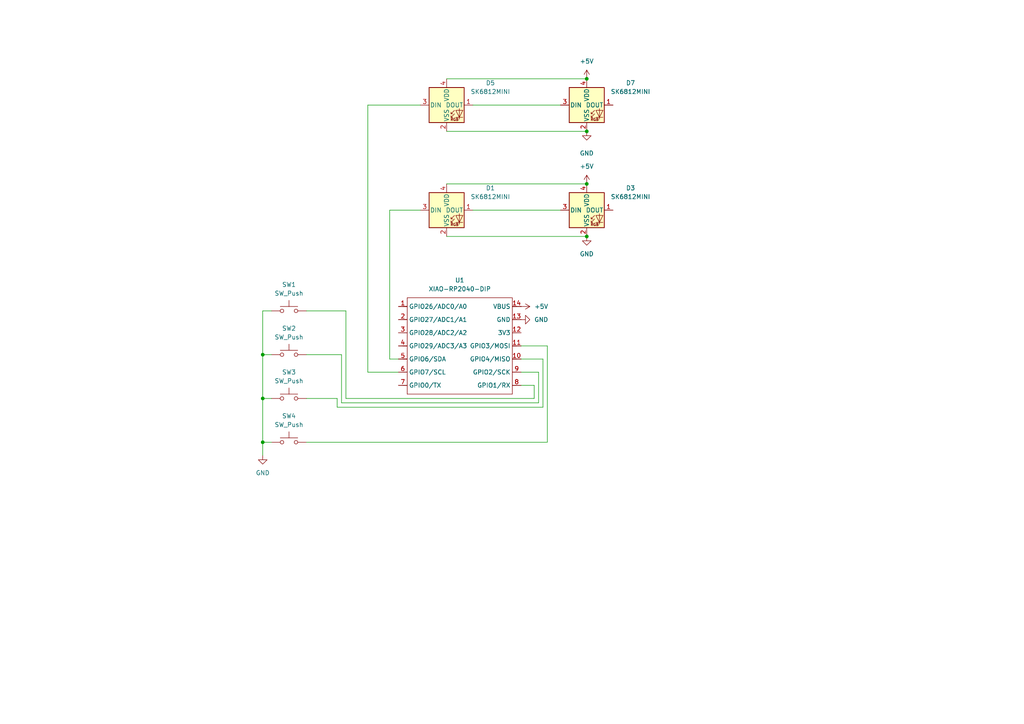
<source format=kicad_sch>
(kicad_sch (version 20250114) (generator "eeschema") (generator_version "9.0")
  (paper "A4")
  (lib_symbols
    (symbol "LED:SK6812MINI" (pin_names (offset 0.254))
      (property "Reference" "D" (at 5.08 5.715 0))
      (property "Value" "SK6812MINI" (at 1.27 -5.715 0))
      (symbol "SK6812MINI_0_0"
        (text "RGB" (at 2.286 -4.191 0) (effects (font (size 0.762 0.762))))
      )
      (symbol "SK6812MINI_0_1"
        (polyline (pts (xy 1.27 -2.54) (xy 1.778 -2.54)))
        (polyline (pts (xy 1.27 -3.556) (xy 1.778 -3.556)))
        (polyline (pts (xy 2.286 -1.524) (xy 1.27 -2.54) (xy 1.27 -2.032)))
        (polyline (pts (xy 2.286 -2.54) (xy 1.27 -3.556) (xy 1.27 -3.048)))
        (polyline (pts (xy 3.683 -1.016) (xy 3.683 -3.556) (xy 3.683 -4.064)))
        (polyline (pts (xy 4.699 -1.524) (xy 2.667 -1.524) (xy 3.683 -3.556) (xy 4.699 -1.524)))
        (polyline (pts (xy 4.699 -3.556) (xy 2.667 -3.556)))
        (rectangle (start 5.08 5.08) (end -5.08 -5.08) (stroke (width 0.254)) (fill (type background)))
      )
      (symbol "SK6812MINI_1_1"
        (pin input line (at -7.62 0 0) (length 2.54) (name "DIN") (number "3"))
        (pin power_in line (at 0 7.62 270) (length 2.54) (name "VDD") (number "4"))
        (pin power_in line (at 0 -7.62 90) (length 2.54) (name "VSS") (number "2"))
        (pin output line (at 7.62 0 180) (length 2.54) (name "DOUT") (number "1"))
      )
    )
    (symbol "Seeed_Studio_XIAO_Series:XIAO-RP2040-DIP"
      (property "Reference" "U" (at 0 0 0))
      (property "Value" "XIAO-RP2040-DIP" (at 5.334 -1.778 0))
      (symbol "XIAO-RP2040-DIP_1_0"
        (polyline (pts (xy -1.27 -2.54) (xy 29.21 -2.54)) (stroke (width 0.1524)))
        (polyline (pts (xy -1.27 -5.08) (xy -2.54 -5.08)) (stroke (width 0.1524)))
        (polyline (pts (xy -1.27 -5.08) (xy -1.27 -2.54)) (stroke (width 0.1524)))
        (polyline (pts (xy -1.27 -8.89) (xy -2.54 -8.89)) (stroke (width 0.1524)))
        (polyline (pts (xy -1.27 -8.89) (xy -1.27 -5.08)) (stroke (width 0.1524)))
        (polyline (pts (xy -1.27 -12.7) (xy -2.54 -12.7)) (stroke (width 0.1524)))
        (polyline (pts (xy -1.27 -12.7) (xy -1.27 -8.89)) (stroke (width 0.1524)))
        (polyline (pts (xy -1.27 -16.51) (xy -2.54 -16.51)) (stroke (width 0.1524)))
        (polyline (pts (xy -1.27 -16.51) (xy -1.27 -12.7)) (stroke (width 0.1524)))
        (polyline (pts (xy -1.27 -20.32) (xy -2.54 -20.32)) (stroke (width 0.1524)))
        (polyline (pts (xy -1.27 -24.13) (xy -2.54 -24.13)) (stroke (width 0.1524)))
        (polyline (pts (xy -1.27 -27.94) (xy -2.54 -27.94)) (stroke (width 0.1524)))
        (polyline (pts (xy -1.27 -30.48) (xy -1.27 -16.51)) (stroke (width 0.1524)))
        (polyline (pts (xy 29.21 -2.54) (xy 29.21 -5.08)) (stroke (width 0.1524)))
        (polyline (pts (xy 29.21 -5.08) (xy 29.21 -8.89)) (stroke (width 0.1524)))
        (polyline (pts (xy 29.21 -8.89) (xy 29.21 -12.7)) (stroke (width 0.1524)))
        (polyline (pts (xy 29.21 -12.7) (xy 29.21 -30.48)) (stroke (width 0.1524)))
        (polyline (pts (xy 29.21 -30.48) (xy -1.27 -30.48)) (stroke (width 0.1524)))
        (polyline (pts (xy 30.48 -5.08) (xy 29.21 -5.08)) (stroke (width 0.1524)))
        (polyline (pts (xy 30.48 -8.89) (xy 29.21 -8.89)) (stroke (width 0.1524)))
        (polyline (pts (xy 30.48 -12.7) (xy 29.21 -12.7)) (stroke (width 0.1524)))
        (polyline (pts (xy 30.48 -16.51) (xy 29.21 -16.51)) (stroke (width 0.1524)))
        (polyline (pts (xy 30.48 -20.32) (xy 29.21 -20.32)) (stroke (width 0.1524)))
        (polyline (pts (xy 30.48 -24.13) (xy 29.21 -24.13)) (stroke (width 0.1524)))
        (polyline (pts (xy 30.48 -27.94) (xy 29.21 -27.94)) (stroke (width 0.1524)))
        (pin passive line (at -3.81 -5.08 0) (length 2.54) (name "GPIO26/ADC0/A0") (number "1"))
        (pin passive line (at -3.81 -8.89 0) (length 2.54) (name "GPIO27/ADC1/A1") (number "2"))
        (pin passive line (at -3.81 -12.7 0) (length 2.54) (name "GPIO28/ADC2/A2") (number "3"))
        (pin passive line (at -3.81 -16.51 0) (length 2.54) (name "GPIO29/ADC3/A3") (number "4"))
        (pin passive line (at -3.81 -20.32 0) (length 2.54) (name "GPIO6/SDA") (number "5"))
        (pin passive line (at -3.81 -24.13 0) (length 2.54) (name "GPIO7/SCL") (number "6"))
        (pin passive line (at -3.81 -27.94 0) (length 2.54) (name "GPIO0/TX") (number "7"))
        (pin passive line (at 31.75 -5.08 180) (length 2.54) (name "VBUS") (number "14"))
        (pin passive line (at 31.75 -8.89 180) (length 2.54) (name "GND") (number "13"))
        (pin passive line (at 31.75 -12.7 180) (length 2.54) (name "3V3") (number "12"))
        (pin passive line (at 31.75 -16.51 180) (length 2.54) (name "GPIO3/MOSI") (number "11"))
        (pin passive line (at 31.75 -20.32 180) (length 2.54) (name "GPIO4/MISO") (number "10"))
        (pin passive line (at 31.75 -24.13 180) (length 2.54) (name "GPIO2/SCK") (number "9"))
        (pin passive line (at 31.75 -27.94 180) (length 2.54) (name "GPIO1/RX") (number "8"))
      )
    )
    (symbol "Switch:SW_Push" (pin_numbers (hide yes)) (pin_names (offset 1.016) (hide yes))
      (property "Reference" "SW" (at 1.27 2.54 0))
      (property "Value" "SW_Push" (at 0 -1.524 0))
      (symbol "SW_Push_0_1"
        (circle (center -2.032 0) (radius 0.508))
        (polyline (pts (xy 0 1.27) (xy 0 3.048)))
        (circle (center 2.032 0) (radius 0.508))
        (polyline (pts (xy 2.54 1.27) (xy -2.54 1.27)))
        (pin passive line (at -5.08 0 0) (length 2.54) (name "1") (number "1"))
        (pin passive line (at 5.08 0 180) (length 2.54) (name "2") (number "2"))
      )
    )
    (symbol "power:+5V" (power) (pin_numbers (hide yes)) (pin_names (offset 0) (hide yes))
      (property "Value" "+5V" (at 0 3.556 0))
      (symbol "+5V_0_1"
        (polyline (pts (xy -0.762 1.27) (xy 0 2.54)))
        (polyline (pts (xy 0 2.54) (xy 0.762 1.27)))
        (polyline (pts (xy 0 0) (xy 0 2.54)))
      )
      (symbol "+5V_1_1"
        (pin power_in line (at 0 0 90) (length 0) (name "~") (number "1"))
      )
    )
    (symbol "power:GND" (power) (pin_numbers (hide yes)) (pin_names (offset 0) (hide yes))
      (property "Value" "GND" (at 0 -3.81 0))
      (symbol "GND_0_1"
        (polyline (pts (xy 0 0) (xy 0 -1.27) (xy 1.27 -1.27) (xy 0 -2.54) (xy -1.27 -1.27) (xy 0 -1.27)))
      )
      (symbol "GND_1_1"
        (pin power_in line (at 0 0 270) (length 0) (name "~") (number "1"))
      )
    )
  )
  (junction (at 76.2 128.27))
  (junction (at 170.18 53.34))
  (junction (at 170.18 38.1))
  (junction (at 76.2 115.57))
  (junction (at 170.18 68.58))
  (junction (at 170.18 22.86))
  (junction (at 76.2 102.87))
  (wire (pts (xy 106.68 30.48) (xy 121.92 30.48)))
  (wire (pts (xy 78.74 90.17) (xy 76.2 90.17)))
  (wire (pts (xy 100.33 115.57) (xy 154.94 115.57)))
  (wire (pts (xy 100.33 90.17) (xy 100.33 115.57)))
  (wire (pts (xy 157.48 104.14) (xy 151.13 104.14)))
  (wire (pts (xy 115.57 104.14) (xy 113.03 104.14)))
  (wire (pts (xy 157.48 118.11) (xy 157.48 104.14)))
  (wire (pts (xy 76.2 128.27) (xy 76.2 132.08)))
  (wire (pts (xy 158.75 128.27) (xy 158.75 100.33)))
  (wire (pts (xy 137.16 60.96) (xy 162.56 60.96)))
  (wire (pts (xy 88.9 90.17) (xy 100.33 90.17)))
  (wire (pts (xy 88.9 115.57) (xy 97.79 115.57)))
  (wire (pts (xy 76.2 102.87) (xy 78.74 102.87)))
  (wire (pts (xy 97.79 118.11) (xy 157.48 118.11)))
  (wire (pts (xy 113.03 60.96) (xy 121.92 60.96)))
  (wire (pts (xy 158.75 100.33) (xy 151.13 100.33)))
  (wire (pts (xy 88.9 128.27) (xy 158.75 128.27)))
  (wire (pts (xy 151.13 107.95) (xy 156.21 107.95)))
  (wire (pts (xy 129.54 38.1) (xy 170.18 38.1)))
  (wire (pts (xy 129.54 68.58) (xy 170.18 68.58)))
  (wire (pts (xy 106.68 107.95) (xy 106.68 30.48)))
  (wire (pts (xy 154.94 115.57) (xy 154.94 111.76)))
  (wire (pts (xy 76.2 128.27) (xy 78.74 128.27)))
  (wire (pts (xy 137.16 30.48) (xy 162.56 30.48)))
  (wire (pts (xy 76.2 115.57) (xy 78.74 115.57)))
  (wire (pts (xy 99.06 102.87) (xy 99.06 116.84)))
  (wire (pts (xy 129.54 53.34) (xy 170.18 53.34)))
  (wire (pts (xy 76.2 102.87) (xy 76.2 115.57)))
  (wire (pts (xy 156.21 116.84) (xy 156.21 107.95)))
  (wire (pts (xy 76.2 90.17) (xy 76.2 102.87)))
  (wire (pts (xy 113.03 104.14) (xy 113.03 60.96)))
  (wire (pts (xy 151.13 111.76) (xy 154.94 111.76)))
  (wire (pts (xy 88.9 102.87) (xy 99.06 102.87)))
  (wire (pts (xy 129.54 22.86) (xy 170.18 22.86)))
  (wire (pts (xy 97.79 115.57) (xy 97.79 118.11)))
  (wire (pts (xy 99.06 116.84) (xy 156.21 116.84)))
  (wire (pts (xy 115.57 107.95) (xy 106.68 107.95)))
  (wire (pts (xy 76.2 115.57) (xy 76.2 128.27)))
  (symbol (lib_id "Seeed_Studio_XIAO_Series:XIAO-RP2040-DIP") (at 119.38 83.82 0) (unit 1)
    (property "Reference" "U1" (at 133.35 81.28 0))
    (property "Value" "XIAO-RP2040-DIP" (at 133.35 83.82 0))
    (property "Footprint" "OPL:XIAO-RP2040-DIP" (effects (hide yes)))
  )
  (symbol (lib_id "power:GND") (at 170.18 68.58 0) (unit 1)
    (property "Reference" "#PWR05" (effects (hide yes)))
    (property "Value" "GND" (at 170.18 73.66 0))
    (property "Description" "Power symbol creates a global label with name \"GND\" , ground" (effects (hide yes)))
  )
  (symbol (lib_id "power:GND") (at 170.18 38.1 0) (unit 1)
    (property "Reference" "#PWR04" (effects (hide yes)))
    (property "Value" "GND" (at 170.18 44.45 0))
    (property "Description" "Power symbol creates a global label with name \"GND\" , ground" (effects (hide yes)))
  )
  (symbol (lib_id "power:GND") (at 76.2 132.08 0) (unit 1)
    (property "Reference" "#PWR01" (effects (hide yes)))
    (property "Value" "GND" (at 76.2 137.16 0))
    (property "Description" "Power symbol creates a global label with name \"GND\" , ground" (effects (hide yes)))
  )
  (symbol (lib_id "LED:SK6812MINI") (at 170.18 60.96 0) (unit 1)
    (property "Reference" "D3" (at 182.88 54.5398 0))
    (property "Value" "SK6812MINI" (at 182.88 57.0798 0))
    (property "Footprint" "LED_SMD:LED_SK6812MINI_PLCC4_3.5x3.5mm_P1.75mm" (effects (hide yes)))
    (property "Datasheet" "https://cdn-shop.adafruit.com/product-files/2686/SK6812MINI_REV.01-1-2.pdf" (effects (hide yes)))
    (property "Description" "RGB LED with integrated controller" (effects (hide yes)))
  )
  (symbol (lib_id "LED:SK6812MINI") (at 129.54 60.96 0) (unit 1)
    (property "Reference" "D1" (at 142.24 54.5398 0))
    (property "Value" "SK6812MINI" (at 142.24 57.0798 0))
    (property "Footprint" "LED_SMD:LED_SK6812MINI_PLCC4_3.5x3.5mm_P1.75mm" (effects (hide yes)))
    (property "Datasheet" "https://cdn-shop.adafruit.com/product-files/2686/SK6812MINI_REV.01-1-2.pdf" (effects (hide yes)))
    (property "Description" "RGB LED with integrated controller" (effects (hide yes)))
  )
  (symbol (lib_id "power:+5V") (at 151.13 88.9 270) (unit 1)
    (property "Reference" "#PWR03" (effects (hide yes)))
    (property "Value" "+5V" (at 154.94 88.8999 90) (effects (justify left)))
    (property "Description" "Power symbol creates a global label with name \"+5V\"" (effects (hide yes)))
  )
  (symbol (lib_id "power:+5V") (at 170.18 22.86 0) (unit 1)
    (property "Reference" "#PWR06" (effects (hide yes)))
    (property "Value" "+5V" (at 170.18 17.78 0))
    (property "Description" "Power symbol creates a global label with name \"+5V\"" (effects (hide yes)))
  )
  (symbol (lib_id "Switch:SW_Push") (at 83.82 90.17 0) (unit 1)
    (property "Reference" "SW1" (at 83.82 82.55 0))
    (property "Value" "SW_Push" (at 83.82 85.09 0))
    (property "Footprint" "Button_Switch_Keyboard:SW_Cherry_MX_1.00u_PCB" (effects (hide yes)))
    (property "Description" "Push button switch, generic, two pins" (effects (hide yes)))
  )
  (symbol (lib_id "power:+5V") (at 170.18 53.34 0) (unit 1)
    (property "Reference" "#PWR07" (effects (hide yes)))
    (property "Value" "+5V" (at 170.18 48.26 0))
    (property "Description" "Power symbol creates a global label with name \"+5V\"" (effects (hide yes)))
  )
  (symbol (lib_id "LED:SK6812MINI") (at 129.54 30.48 0) (unit 1)
    (property "Reference" "D5" (at 142.24 24.0598 0))
    (property "Value" "SK6812MINI" (at 142.24 26.5998 0))
    (property "Footprint" "LED_SMD:LED_SK6812MINI_PLCC4_3.5x3.5mm_P1.75mm" (effects (hide yes)))
    (property "Datasheet" "https://cdn-shop.adafruit.com/product-files/2686/SK6812MINI_REV.01-1-2.pdf" (effects (hide yes)))
    (property "Description" "RGB LED with integrated controller" (effects (hide yes)))
  )
  (symbol (lib_id "Switch:SW_Push") (at 83.82 102.87 0) (unit 1)
    (property "Reference" "SW2" (at 83.82 95.25 0))
    (property "Value" "SW_Push" (at 83.82 97.79 0))
    (property "Footprint" "Button_Switch_Keyboard:SW_Cherry_MX_1.00u_PCB" (effects (hide yes)))
    (property "Description" "Push button switch, generic, two pins" (effects (hide yes)))
  )
  (symbol (lib_id "Switch:SW_Push") (at 83.82 115.57 0) (unit 1)
    (property "Reference" "SW3" (at 83.82 107.95 0))
    (property "Value" "SW_Push" (at 83.82 110.49 0))
    (property "Footprint" "Button_Switch_Keyboard:SW_Cherry_MX_1.00u_PCB" (effects (hide yes)))
    (property "Description" "Push button switch, generic, two pins" (effects (hide yes)))
  )
  (symbol (lib_id "LED:SK6812MINI") (at 170.18 30.48 0) (unit 1)
    (property "Reference" "D7" (at 182.88 24.0598 0))
    (property "Value" "SK6812MINI" (at 182.88 26.5998 0))
    (property "Footprint" "LED_SMD:LED_SK6812MINI_PLCC4_3.5x3.5mm_P1.75mm" (effects (hide yes)))
    (property "Datasheet" "https://cdn-shop.adafruit.com/product-files/2686/SK6812MINI_REV.01-1-2.pdf" (effects (hide yes)))
    (property "Description" "RGB LED with integrated controller" (effects (hide yes)))
  )
  (symbol (lib_id "power:GND") (at 151.13 92.71 90) (unit 1)
    (property "Reference" "#PWR02" (effects (hide yes)))
    (property "Value" "GND" (at 154.94 92.7099 90) (effects (justify right)))
    (property "Description" "Power symbol creates a global label with name \"GND\" , ground" (effects (hide yes)))
  )
  (symbol (lib_id "Switch:SW_Push") (at 83.82 128.27 0) (unit 1)
    (property "Reference" "SW4" (at 83.82 120.65 0))
    (property "Value" "SW_Push" (at 83.82 123.19 0))
    (property "Footprint" "Button_Switch_Keyboard:SW_Cherry_MX_1.00u_PCB" (effects (hide yes)))
    (property "Description" "Push button switch, generic, two pins" (effects (hide yes)))
  )
)
</source>
